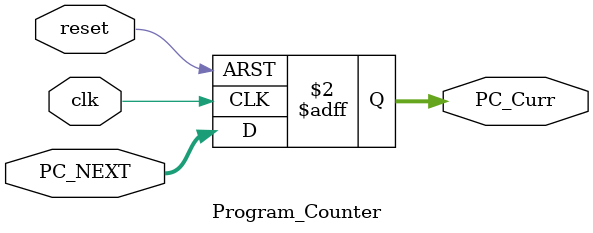
<source format=sv>
`timescale 1ns / 1ps


module Program_Counter#(parameter AddrSize = 32)(
    input logic [AddrSize-1:0]PC_NEXT,
    input logic clk,reset,
    output reg [AddrSize-1:0] PC_Curr
);
always_ff@(posedge clk or posedge reset)begin
    if(reset)begin
        PC_Curr <= 0;
    end
    else begin 
        PC_Curr <= PC_NEXT;
    end
end
endmodule

</source>
